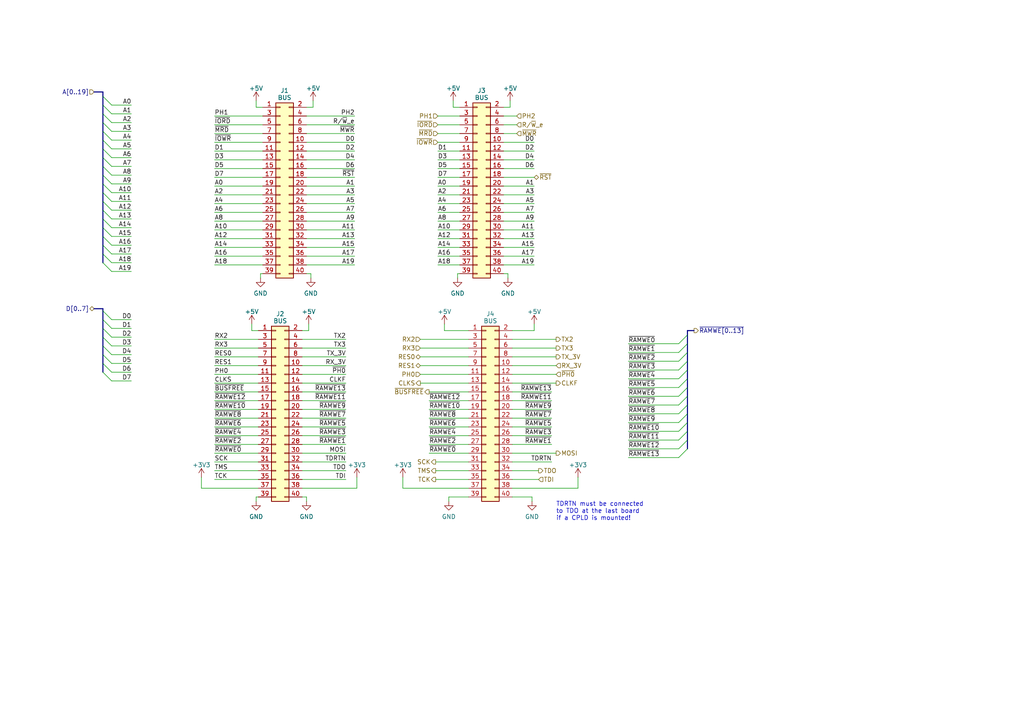
<source format=kicad_sch>
(kicad_sch (version 20230121) (generator eeschema)
  (paper "A4")
  (lib_symbols
    (symbol "Connector_Generic:Conn_02x20_Odd_Even" (pin_names (offset 1.016) hide)
      (property "Reference" "J" (at 1.27 25.4 0))
      (property "Value" "Conn_02x20_Odd_Even" (at 1.27 -27.94 0))
      (symbol "Conn_02x20_Odd_Even_1_1"
        (rectangle (start -1.27 -25.273) (end 0 -25.527) (stroke (width 0.1524)))
        (rectangle (start -1.27 -22.733) (end 0 -22.987) (stroke (width 0.1524)))
        (rectangle (start -1.27 -20.193) (end 0 -20.447) (stroke (width 0.1524)))
        (rectangle (start -1.27 -17.653) (end 0 -17.907) (stroke (width 0.1524)))
        (rectangle (start -1.27 -15.113) (end 0 -15.367) (stroke (width 0.1524)))
        (rectangle (start -1.27 -12.573) (end 0 -12.827) (stroke (width 0.1524)))
        (rectangle (start -1.27 -10.033) (end 0 -10.287) (stroke (width 0.1524)))
        (rectangle (start -1.27 -7.493) (end 0 -7.747) (stroke (width 0.1524)))
        (rectangle (start -1.27 -4.953) (end 0 -5.207) (stroke (width 0.1524)))
        (rectangle (start -1.27 -2.413) (end 0 -2.667) (stroke (width 0.1524)))
        (rectangle (start -1.27 0.127) (end 0 -0.127) (stroke (width 0.1524)))
        (rectangle (start -1.27 2.667) (end 0 2.413) (stroke (width 0.1524)))
        (rectangle (start -1.27 5.207) (end 0 4.953) (stroke (width 0.1524)))
        (rectangle (start -1.27 7.747) (end 0 7.493) (stroke (width 0.1524)))
        (rectangle (start -1.27 10.287) (end 0 10.033) (stroke (width 0.1524)))
        (rectangle (start -1.27 12.827) (end 0 12.573) (stroke (width 0.1524)))
        (rectangle (start -1.27 15.367) (end 0 15.113) (stroke (width 0.1524)))
        (rectangle (start -1.27 17.907) (end 0 17.653) (stroke (width 0.1524)))
        (rectangle (start -1.27 20.447) (end 0 20.193) (stroke (width 0.1524)))
        (rectangle (start -1.27 22.987) (end 0 22.733) (stroke (width 0.1524)))
        (rectangle (start -1.27 24.13) (end 3.81 -26.67) (stroke (width 0.254)) (fill (type background)))
        (rectangle (start 3.81 -25.273) (end 2.54 -25.527) (stroke (width 0.1524)))
        (rectangle (start 3.81 -22.733) (end 2.54 -22.987) (stroke (width 0.1524)))
        (rectangle (start 3.81 -20.193) (end 2.54 -20.447) (stroke (width 0.1524)))
        (rectangle (start 3.81 -17.653) (end 2.54 -17.907) (stroke (width 0.1524)))
        (rectangle (start 3.81 -15.113) (end 2.54 -15.367) (stroke (width 0.1524)))
        (rectangle (start 3.81 -12.573) (end 2.54 -12.827) (stroke (width 0.1524)))
        (rectangle (start 3.81 -10.033) (end 2.54 -10.287) (stroke (width 0.1524)))
        (rectangle (start 3.81 -7.493) (end 2.54 -7.747) (stroke (width 0.1524)))
        (rectangle (start 3.81 -4.953) (end 2.54 -5.207) (stroke (width 0.1524)))
        (rectangle (start 3.81 -2.413) (end 2.54 -2.667) (stroke (width 0.1524)))
        (rectangle (start 3.81 0.127) (end 2.54 -0.127) (stroke (width 0.1524)))
        (rectangle (start 3.81 2.667) (end 2.54 2.413) (stroke (width 0.1524)))
        (rectangle (start 3.81 5.207) (end 2.54 4.953) (stroke (width 0.1524)))
        (rectangle (start 3.81 7.747) (end 2.54 7.493) (stroke (width 0.1524)))
        (rectangle (start 3.81 10.287) (end 2.54 10.033) (stroke (width 0.1524)))
        (rectangle (start 3.81 12.827) (end 2.54 12.573) (stroke (width 0.1524)))
        (rectangle (start 3.81 15.367) (end 2.54 15.113) (stroke (width 0.1524)))
        (rectangle (start 3.81 17.907) (end 2.54 17.653) (stroke (width 0.1524)))
        (rectangle (start 3.81 20.447) (end 2.54 20.193) (stroke (width 0.1524)))
        (rectangle (start 3.81 22.987) (end 2.54 22.733) (stroke (width 0.1524)))
        (pin passive line (at -5.08 22.86 0) (length 3.81) (name "Pin_1") (number "1"))
        (pin passive line (at 7.62 12.7 180) (length 3.81) (name "Pin_10") (number "10"))
        (pin passive line (at -5.08 10.16 0) (length 3.81) (name "Pin_11") (number "11"))
        (pin passive line (at 7.62 10.16 180) (length 3.81) (name "Pin_12") (number "12"))
        (pin passive line (at -5.08 7.62 0) (length 3.81) (name "Pin_13") (number "13"))
        (pin passive line (at 7.62 7.62 180) (length 3.81) (name "Pin_14") (number "14"))
        (pin passive line (at -5.08 5.08 0) (length 3.81) (name "Pin_15") (number "15"))
        (pin passive line (at 7.62 5.08 180) (length 3.81) (name "Pin_16") (number "16"))
        (pin passive line (at -5.08 2.54 0) (length 3.81) (name "Pin_17") (number "17"))
        (pin passive line (at 7.62 2.54 180) (length 3.81) (name "Pin_18") (number "18"))
        (pin passive line (at -5.08 0 0) (length 3.81) (name "Pin_19") (number "19"))
        (pin passive line (at 7.62 22.86 180) (length 3.81) (name "Pin_2") (number "2"))
        (pin passive line (at 7.62 0 180) (length 3.81) (name "Pin_20") (number "20"))
        (pin passive line (at -5.08 -2.54 0) (length 3.81) (name "Pin_21") (number "21"))
        (pin passive line (at 7.62 -2.54 180) (length 3.81) (name "Pin_22") (number "22"))
        (pin passive line (at -5.08 -5.08 0) (length 3.81) (name "Pin_23") (number "23"))
        (pin passive line (at 7.62 -5.08 180) (length 3.81) (name "Pin_24") (number "24"))
        (pin passive line (at -5.08 -7.62 0) (length 3.81) (name "Pin_25") (number "25"))
        (pin passive line (at 7.62 -7.62 180) (length 3.81) (name "Pin_26") (number "26"))
        (pin passive line (at -5.08 -10.16 0) (length 3.81) (name "Pin_27") (number "27"))
        (pin passive line (at 7.62 -10.16 180) (length 3.81) (name "Pin_28") (number "28"))
        (pin passive line (at -5.08 -12.7 0) (length 3.81) (name "Pin_29") (number "29"))
        (pin passive line (at -5.08 20.32 0) (length 3.81) (name "Pin_3") (number "3"))
        (pin passive line (at 7.62 -12.7 180) (length 3.81) (name "Pin_30") (number "30"))
        (pin passive line (at -5.08 -15.24 0) (length 3.81) (name "Pin_31") (number "31"))
        (pin passive line (at 7.62 -15.24 180) (length 3.81) (name "Pin_32") (number "32"))
        (pin passive line (at -5.08 -17.78 0) (length 3.81) (name "Pin_33") (number "33"))
        (pin passive line (at 7.62 -17.78 180) (length 3.81) (name "Pin_34") (number "34"))
        (pin passive line (at -5.08 -20.32 0) (length 3.81) (name "Pin_35") (number "35"))
        (pin passive line (at 7.62 -20.32 180) (length 3.81) (name "Pin_36") (number "36"))
        (pin passive line (at -5.08 -22.86 0) (length 3.81) (name "Pin_37") (number "37"))
        (pin passive line (at 7.62 -22.86 180) (length 3.81) (name "Pin_38") (number "38"))
        (pin passive line (at -5.08 -25.4 0) (length 3.81) (name "Pin_39") (number "39"))
        (pin passive line (at 7.62 20.32 180) (length 3.81) (name "Pin_4") (number "4"))
        (pin passive line (at 7.62 -25.4 180) (length 3.81) (name "Pin_40") (number "40"))
        (pin passive line (at -5.08 17.78 0) (length 3.81) (name "Pin_5") (number "5"))
        (pin passive line (at 7.62 17.78 180) (length 3.81) (name "Pin_6") (number "6"))
        (pin passive line (at -5.08 15.24 0) (length 3.81) (name "Pin_7") (number "7"))
        (pin passive line (at 7.62 15.24 180) (length 3.81) (name "Pin_8") (number "8"))
        (pin passive line (at -5.08 12.7 0) (length 3.81) (name "Pin_9") (number "9"))
      )
    )
    (symbol "power:+3V3" (power) (pin_names (offset 0))
      (property "Value" "+3V3" (at 0 3.556 0))
      (symbol "+3V3_0_1"
        (polyline (pts (xy -0.762 1.27) (xy 0 2.54)))
        (polyline (pts (xy 0 0) (xy 0 2.54)))
        (polyline (pts (xy 0 2.54) (xy 0.762 1.27)))
      )
      (symbol "+3V3_1_1"
        (pin power_in line (at 0 0 90) (length 0) hide (name "+3V3") (number "1"))
      )
    )
    (symbol "power:+5V" (power) (pin_names (offset 0))
      (property "Value" "+5V" (at 0 3.556 0))
      (symbol "+5V_0_1"
        (polyline (pts (xy -0.762 1.27) (xy 0 2.54)))
        (polyline (pts (xy 0 0) (xy 0 2.54)))
        (polyline (pts (xy 0 2.54) (xy 0.762 1.27)))
      )
      (symbol "+5V_1_1"
        (pin power_in line (at 0 0 90) (length 0) hide (name "+5V") (number "1"))
      )
    )
    (symbol "power:GND" (power) (pin_names (offset 0))
      (property "Value" "GND" (at 0 -3.81 0))
      (symbol "GND_0_1"
        (polyline (pts (xy 0 0) (xy 0 -1.27) (xy 1.27 -1.27) (xy 0 -2.54) (xy -1.27 -1.27) (xy 0 -1.27)))
      )
      (symbol "GND_1_1"
        (pin power_in line (at 0 0 270) (length 0) hide (name "GND") (number "1"))
      )
    )
  )
  (bus_entry (at 29.845 55.88) (size 2.54 2.54))
  (bus_entry (at 29.845 92.71) (size 2.54 2.54))
  (bus_entry (at 199.39 104.775) (size -2.54 2.54))
  (bus_entry (at 29.845 68.58) (size 2.54 2.54))
  (bus_entry (at 199.39 117.475) (size -2.54 2.54))
  (bus_entry (at 29.845 107.95) (size 2.54 2.54))
  (bus_entry (at 29.845 95.25) (size 2.54 2.54))
  (bus_entry (at 29.845 43.18) (size 2.54 2.54))
  (bus_entry (at 29.845 53.34) (size 2.54 2.54))
  (bus_entry (at 199.39 122.555) (size -2.54 2.54))
  (bus_entry (at 29.845 50.8) (size 2.54 2.54))
  (bus_entry (at 199.39 114.935) (size -2.54 2.54))
  (bus_entry (at 199.39 125.095) (size -2.54 2.54))
  (bus_entry (at 199.39 107.315) (size -2.54 2.54))
  (bus_entry (at 29.845 100.33) (size 2.54 2.54))
  (bus_entry (at 199.39 97.155) (size -2.54 2.54))
  (bus_entry (at 29.845 33.02) (size 2.54 2.54))
  (bus_entry (at 29.845 58.42) (size 2.54 2.54))
  (bus_entry (at 29.845 35.56) (size 2.54 2.54))
  (bus_entry (at 199.39 120.015) (size -2.54 2.54))
  (bus_entry (at 29.845 66.04) (size 2.54 2.54))
  (bus_entry (at 29.845 48.26) (size 2.54 2.54))
  (bus_entry (at 199.39 99.695) (size -2.54 2.54))
  (bus_entry (at 29.845 73.66) (size 2.54 2.54))
  (bus_entry (at 199.39 130.175) (size -2.54 2.54))
  (bus_entry (at 29.845 76.2) (size 2.54 2.54))
  (bus_entry (at 199.39 102.235) (size -2.54 2.54))
  (bus_entry (at 29.845 97.79) (size 2.54 2.54))
  (bus_entry (at 199.39 127.635) (size -2.54 2.54))
  (bus_entry (at 29.845 27.94) (size 2.54 2.54))
  (bus_entry (at 29.845 38.1) (size 2.54 2.54))
  (bus_entry (at 29.845 105.41) (size 2.54 2.54))
  (bus_entry (at 29.845 40.64) (size 2.54 2.54))
  (bus_entry (at 29.845 63.5) (size 2.54 2.54))
  (bus_entry (at 29.845 30.48) (size 2.54 2.54))
  (bus_entry (at 199.39 109.855) (size -2.54 2.54))
  (bus_entry (at 29.845 102.87) (size 2.54 2.54))
  (bus_entry (at 29.845 90.17) (size 2.54 2.54))
  (bus_entry (at 29.845 60.96) (size 2.54 2.54))
  (bus_entry (at 29.845 45.72) (size 2.54 2.54))
  (bus_entry (at 199.39 112.395) (size -2.54 2.54))
  (bus_entry (at 29.845 71.12) (size 2.54 2.54))
  (wire (pts (xy 87.63 128.905) (xy 100.33 128.905)))
  (wire (pts (xy 87.63 98.425) (xy 100.33 98.425)))
  (bus (pts (xy 29.845 26.67) (xy 27.305 26.67)))
  (wire (pts (xy 58.42 138.43) (xy 58.42 141.605)))
  (wire (pts (xy 121.92 106.045) (xy 135.89 106.045)))
  (wire (pts (xy 127 43.815) (xy 133.35 43.815)))
  (wire (pts (xy 127 64.135) (xy 133.35 64.135)))
  (wire (pts (xy 148.59 100.965) (xy 161.29 100.965)))
  (wire (pts (xy 38.1 78.74) (xy 32.385 78.74)))
  (wire (pts (xy 62.23 48.895) (xy 76.2 48.895)))
  (wire (pts (xy 87.63 116.205) (xy 100.33 116.205)))
  (wire (pts (xy 62.23 106.045) (xy 74.93 106.045)))
  (bus (pts (xy 29.845 55.88) (xy 29.845 53.34)))
  (wire (pts (xy 62.23 128.905) (xy 74.93 128.905)))
  (wire (pts (xy 62.23 76.835) (xy 76.2 76.835)))
  (wire (pts (xy 121.92 100.965) (xy 135.89 100.965)))
  (wire (pts (xy 126.365 136.525) (xy 135.89 136.525)))
  (wire (pts (xy 38.1 92.71) (xy 32.385 92.71)))
  (wire (pts (xy 147.32 80.645) (xy 147.32 79.375)))
  (wire (pts (xy 128.905 95.885) (xy 135.89 95.885)))
  (wire (pts (xy 62.23 118.745) (xy 74.93 118.745)))
  (wire (pts (xy 38.1 97.79) (xy 32.385 97.79)))
  (wire (pts (xy 103.505 138.43) (xy 103.505 141.605)))
  (wire (pts (xy 182.245 104.775) (xy 196.85 104.775)))
  (wire (pts (xy 87.63 106.045) (xy 100.33 106.045)))
  (wire (pts (xy 75.565 79.375) (xy 76.2 79.375)))
  (bus (pts (xy 199.39 125.095) (xy 199.39 127.635)))
  (wire (pts (xy 73.025 95.885) (xy 74.93 95.885)))
  (wire (pts (xy 62.23 113.665) (xy 74.93 113.665)))
  (wire (pts (xy 182.245 122.555) (xy 196.85 122.555)))
  (wire (pts (xy 90.17 79.375) (xy 88.9 79.375)))
  (bus (pts (xy 199.39 102.235) (xy 199.39 104.775)))
  (wire (pts (xy 88.9 71.755) (xy 102.87 71.755)))
  (bus (pts (xy 199.39 99.695) (xy 199.39 102.235)))
  (wire (pts (xy 90.805 31.115) (xy 88.9 31.115)))
  (bus (pts (xy 29.845 105.41) (xy 29.845 102.87)))
  (wire (pts (xy 127 38.735) (xy 133.35 38.735)))
  (wire (pts (xy 127 41.275) (xy 133.35 41.275)))
  (wire (pts (xy 74.295 145.415) (xy 74.295 144.145)))
  (wire (pts (xy 62.23 131.445) (xy 74.93 131.445)))
  (wire (pts (xy 88.9 43.815) (xy 102.87 43.815)))
  (wire (pts (xy 127 69.215) (xy 133.35 69.215)))
  (wire (pts (xy 182.245 112.395) (xy 196.85 112.395)))
  (bus (pts (xy 29.845 107.95) (xy 29.845 105.41)))
  (wire (pts (xy 88.9 36.195) (xy 102.87 36.195)))
  (wire (pts (xy 146.05 61.595) (xy 154.94 61.595)))
  (wire (pts (xy 87.63 108.585) (xy 100.33 108.585)))
  (wire (pts (xy 74.295 144.145) (xy 74.93 144.145)))
  (wire (pts (xy 58.42 141.605) (xy 74.93 141.605)))
  (wire (pts (xy 148.59 141.605) (xy 167.64 141.605)))
  (bus (pts (xy 199.39 112.395) (xy 199.39 114.935)))
  (bus (pts (xy 29.845 63.5) (xy 29.845 60.96)))
  (wire (pts (xy 38.1 105.41) (xy 32.385 105.41)))
  (wire (pts (xy 148.59 103.505) (xy 161.29 103.505)))
  (wire (pts (xy 182.245 99.695) (xy 196.85 99.695)))
  (wire (pts (xy 62.23 136.525) (xy 74.93 136.525)))
  (wire (pts (xy 124.46 116.205) (xy 135.89 116.205)))
  (wire (pts (xy 127 61.595) (xy 133.35 61.595)))
  (wire (pts (xy 88.9 145.415) (xy 88.9 144.145)))
  (wire (pts (xy 132.715 79.375) (xy 133.35 79.375)))
  (wire (pts (xy 38.1 30.48) (xy 32.385 30.48)))
  (wire (pts (xy 126.365 133.985) (xy 135.89 133.985)))
  (wire (pts (xy 146.05 36.195) (xy 149.86 36.195)))
  (wire (pts (xy 38.1 60.96) (xy 32.385 60.96)))
  (bus (pts (xy 29.845 68.58) (xy 29.845 71.12)))
  (wire (pts (xy 148.59 136.525) (xy 156.21 136.525)))
  (wire (pts (xy 38.1 102.87) (xy 32.385 102.87)))
  (bus (pts (xy 29.845 30.48) (xy 29.845 27.94)))
  (wire (pts (xy 127 74.295) (xy 133.35 74.295)))
  (wire (pts (xy 182.245 107.315) (xy 196.85 107.315)))
  (bus (pts (xy 29.845 66.04) (xy 29.845 68.58)))
  (wire (pts (xy 182.245 127.635) (xy 196.85 127.635)))
  (wire (pts (xy 148.59 108.585) (xy 161.29 108.585)))
  (wire (pts (xy 148.59 123.825) (xy 160.02 123.825)))
  (wire (pts (xy 128.905 93.98) (xy 128.905 95.885)))
  (wire (pts (xy 62.23 71.755) (xy 76.2 71.755)))
  (wire (pts (xy 147.32 79.375) (xy 146.05 79.375)))
  (wire (pts (xy 154.94 95.885) (xy 148.59 95.885)))
  (wire (pts (xy 62.23 38.735) (xy 76.2 38.735)))
  (bus (pts (xy 29.845 48.26) (xy 29.845 45.72)))
  (wire (pts (xy 62.23 56.515) (xy 76.2 56.515)))
  (bus (pts (xy 199.39 122.555) (xy 199.39 125.095)))
  (wire (pts (xy 127 53.975) (xy 133.35 53.975)))
  (bus (pts (xy 199.39 109.855) (xy 199.39 112.395)))
  (wire (pts (xy 38.1 110.49) (xy 32.385 110.49)))
  (wire (pts (xy 124.46 121.285) (xy 135.89 121.285)))
  (wire (pts (xy 74.295 29.21) (xy 74.295 31.115)))
  (wire (pts (xy 146.05 33.655) (xy 149.86 33.655)))
  (wire (pts (xy 130.175 145.415) (xy 130.175 144.145)))
  (wire (pts (xy 124.46 113.665) (xy 135.89 113.665)))
  (bus (pts (xy 199.39 95.885) (xy 199.39 97.155)))
  (wire (pts (xy 73.025 93.98) (xy 73.025 95.885)))
  (bus (pts (xy 199.39 127.635) (xy 199.39 130.175)))
  (wire (pts (xy 38.1 76.2) (xy 32.385 76.2)))
  (wire (pts (xy 148.59 116.205) (xy 160.02 116.205)))
  (bus (pts (xy 29.845 90.17) (xy 29.845 89.535)))
  (wire (pts (xy 182.245 102.235) (xy 196.85 102.235)))
  (bus (pts (xy 29.845 40.64) (xy 29.845 38.1)))
  (wire (pts (xy 38.1 63.5) (xy 32.385 63.5)))
  (wire (pts (xy 121.92 111.125) (xy 135.89 111.125)))
  (bus (pts (xy 29.845 38.1) (xy 29.845 35.56)))
  (wire (pts (xy 146.05 43.815) (xy 154.94 43.815)))
  (wire (pts (xy 147.955 29.21) (xy 147.955 31.115)))
  (bus (pts (xy 29.845 66.04) (xy 29.845 63.5)))
  (bus (pts (xy 29.845 35.56) (xy 29.845 33.02)))
  (wire (pts (xy 121.92 98.425) (xy 135.89 98.425)))
  (wire (pts (xy 87.63 121.285) (xy 100.33 121.285)))
  (wire (pts (xy 148.59 128.905) (xy 160.02 128.905)))
  (wire (pts (xy 38.1 33.02) (xy 32.385 33.02)))
  (wire (pts (xy 146.05 53.975) (xy 154.94 53.975)))
  (wire (pts (xy 127 66.675) (xy 133.35 66.675)))
  (wire (pts (xy 131.445 31.115) (xy 133.35 31.115)))
  (bus (pts (xy 199.39 114.935) (xy 199.39 117.475)))
  (wire (pts (xy 87.63 113.665) (xy 100.33 113.665)))
  (wire (pts (xy 182.245 120.015) (xy 196.85 120.015)))
  (bus (pts (xy 29.845 60.96) (xy 29.845 58.42)))
  (wire (pts (xy 38.1 73.66) (xy 32.385 73.66)))
  (wire (pts (xy 38.1 43.18) (xy 32.385 43.18)))
  (wire (pts (xy 62.23 126.365) (xy 74.93 126.365)))
  (wire (pts (xy 130.175 144.145) (xy 135.89 144.145)))
  (wire (pts (xy 88.9 53.975) (xy 102.87 53.975)))
  (wire (pts (xy 62.23 103.505) (xy 74.93 103.505)))
  (bus (pts (xy 29.845 53.34) (xy 29.845 50.8)))
  (wire (pts (xy 90.805 29.21) (xy 90.805 31.115)))
  (bus (pts (xy 199.39 107.315) (xy 199.39 109.855)))
  (wire (pts (xy 88.9 144.145) (xy 87.63 144.145)))
  (wire (pts (xy 127 59.055) (xy 133.35 59.055)))
  (wire (pts (xy 146.05 71.755) (xy 154.94 71.755)))
  (wire (pts (xy 74.295 31.115) (xy 76.2 31.115)))
  (wire (pts (xy 88.9 76.835) (xy 102.87 76.835)))
  (wire (pts (xy 116.84 138.43) (xy 116.84 141.605)))
  (wire (pts (xy 88.9 74.295) (xy 102.87 74.295)))
  (wire (pts (xy 88.9 59.055) (xy 102.87 59.055)))
  (wire (pts (xy 88.9 46.355) (xy 102.87 46.355)))
  (wire (pts (xy 62.23 139.065) (xy 74.93 139.065)))
  (wire (pts (xy 62.23 98.425) (xy 74.93 98.425)))
  (wire (pts (xy 38.1 71.12) (xy 32.385 71.12)))
  (wire (pts (xy 148.59 131.445) (xy 161.29 131.445)))
  (wire (pts (xy 126.365 139.065) (xy 135.89 139.065)))
  (bus (pts (xy 29.845 43.18) (xy 29.845 40.64)))
  (wire (pts (xy 88.9 38.735) (xy 102.87 38.735)))
  (wire (pts (xy 62.23 108.585) (xy 74.93 108.585)))
  (wire (pts (xy 154.305 144.145) (xy 148.59 144.145)))
  (bus (pts (xy 29.845 73.66) (xy 29.845 71.12)))
  (wire (pts (xy 62.23 36.195) (xy 76.2 36.195)))
  (wire (pts (xy 148.59 139.065) (xy 156.21 139.065)))
  (wire (pts (xy 88.9 51.435) (xy 102.87 51.435)))
  (wire (pts (xy 127 51.435) (xy 133.35 51.435)))
  (wire (pts (xy 87.63 133.985) (xy 100.33 133.985)))
  (bus (pts (xy 199.39 120.015) (xy 199.39 122.555)))
  (wire (pts (xy 132.715 80.645) (xy 132.715 79.375)))
  (wire (pts (xy 62.23 61.595) (xy 76.2 61.595)))
  (wire (pts (xy 62.23 116.205) (xy 74.93 116.205)))
  (wire (pts (xy 62.23 100.965) (xy 74.93 100.965)))
  (bus (pts (xy 29.845 97.79) (xy 29.845 95.25)))
  (wire (pts (xy 87.63 100.965) (xy 100.33 100.965)))
  (wire (pts (xy 62.23 33.655) (xy 76.2 33.655)))
  (wire (pts (xy 38.1 100.33) (xy 32.385 100.33)))
  (wire (pts (xy 62.23 59.055) (xy 76.2 59.055)))
  (wire (pts (xy 87.63 126.365) (xy 100.33 126.365)))
  (wire (pts (xy 88.9 41.275) (xy 102.87 41.275)))
  (bus (pts (xy 29.845 95.25) (xy 29.845 92.71)))
  (wire (pts (xy 127 33.655) (xy 133.35 33.655)))
  (wire (pts (xy 75.565 80.645) (xy 75.565 79.375)))
  (wire (pts (xy 38.1 40.64) (xy 32.385 40.64)))
  (wire (pts (xy 38.1 45.72) (xy 32.385 45.72)))
  (wire (pts (xy 89.535 95.885) (xy 87.63 95.885)))
  (wire (pts (xy 38.1 107.95) (xy 32.385 107.95)))
  (bus (pts (xy 29.845 33.02) (xy 29.845 30.48)))
  (wire (pts (xy 182.245 130.175) (xy 196.85 130.175)))
  (wire (pts (xy 146.05 59.055) (xy 154.94 59.055)))
  (wire (pts (xy 146.05 64.135) (xy 154.94 64.135)))
  (wire (pts (xy 127 76.835) (xy 133.35 76.835)))
  (wire (pts (xy 124.46 126.365) (xy 135.89 126.365)))
  (wire (pts (xy 182.245 117.475) (xy 196.85 117.475)))
  (wire (pts (xy 38.1 95.25) (xy 32.385 95.25)))
  (wire (pts (xy 38.1 50.8) (xy 32.385 50.8)))
  (wire (pts (xy 62.23 69.215) (xy 76.2 69.215)))
  (wire (pts (xy 88.9 66.675) (xy 102.87 66.675)))
  (wire (pts (xy 88.9 48.895) (xy 102.87 48.895)))
  (wire (pts (xy 38.1 35.56) (xy 32.385 35.56)))
  (wire (pts (xy 38.1 55.88) (xy 32.385 55.88)))
  (wire (pts (xy 146.05 66.675) (xy 154.94 66.675)))
  (wire (pts (xy 121.92 103.505) (xy 135.89 103.505)))
  (wire (pts (xy 62.23 51.435) (xy 76.2 51.435)))
  (wire (pts (xy 89.535 93.98) (xy 89.535 95.885)))
  (wire (pts (xy 87.63 118.745) (xy 100.33 118.745)))
  (wire (pts (xy 38.1 48.26) (xy 32.385 48.26)))
  (wire (pts (xy 148.59 126.365) (xy 160.02 126.365)))
  (wire (pts (xy 87.63 123.825) (xy 100.33 123.825)))
  (wire (pts (xy 154.94 93.98) (xy 154.94 95.885)))
  (wire (pts (xy 124.46 123.825) (xy 135.89 123.825)))
  (wire (pts (xy 62.23 64.135) (xy 76.2 64.135)))
  (bus (pts (xy 199.39 104.775) (xy 199.39 107.315)))
  (wire (pts (xy 116.84 141.605) (xy 135.89 141.605)))
  (wire (pts (xy 182.245 114.935) (xy 196.85 114.935)))
  (wire (pts (xy 127 56.515) (xy 133.35 56.515)))
  (wire (pts (xy 87.63 136.525) (xy 100.33 136.525)))
  (wire (pts (xy 121.92 108.585) (xy 135.89 108.585)))
  (wire (pts (xy 87.63 139.065) (xy 100.33 139.065)))
  (bus (pts (xy 29.845 100.33) (xy 29.845 97.79)))
  (wire (pts (xy 146.05 51.435) (xy 154.94 51.435)))
  (bus (pts (xy 29.845 76.2) (xy 29.845 73.66)))
  (wire (pts (xy 124.46 128.905) (xy 135.89 128.905)))
  (wire (pts (xy 88.9 69.215) (xy 102.87 69.215)))
  (wire (pts (xy 148.59 118.745) (xy 160.02 118.745)))
  (bus (pts (xy 199.39 117.475) (xy 199.39 120.015)))
  (wire (pts (xy 62.23 41.275) (xy 76.2 41.275)))
  (wire (pts (xy 148.59 111.125) (xy 161.29 111.125)))
  (bus (pts (xy 29.845 92.71) (xy 29.845 90.17)))
  (wire (pts (xy 88.9 33.655) (xy 102.87 33.655)))
  (wire (pts (xy 148.59 98.425) (xy 161.29 98.425)))
  (wire (pts (xy 182.245 125.095) (xy 196.85 125.095)))
  (wire (pts (xy 146.05 41.275) (xy 154.94 41.275)))
  (bus (pts (xy 29.845 45.72) (xy 29.845 43.18)))
  (wire (pts (xy 87.63 103.505) (xy 100.33 103.505)))
  (wire (pts (xy 146.05 74.295) (xy 154.94 74.295)))
  (bus (pts (xy 29.845 102.87) (xy 29.845 100.33)))
  (wire (pts (xy 38.1 38.1) (xy 32.385 38.1)))
  (wire (pts (xy 127 46.355) (xy 133.35 46.355)))
  (wire (pts (xy 148.59 133.985) (xy 160.02 133.985)))
  (bus (pts (xy 29.845 58.42) (xy 29.845 55.88)))
  (wire (pts (xy 182.245 132.715) (xy 196.85 132.715)))
  (wire (pts (xy 62.23 74.295) (xy 76.2 74.295)))
  (wire (pts (xy 87.63 141.605) (xy 103.505 141.605)))
  (wire (pts (xy 62.23 133.985) (xy 74.93 133.985)))
  (wire (pts (xy 148.59 106.045) (xy 161.29 106.045)))
  (wire (pts (xy 62.23 53.975) (xy 76.2 53.975)))
  (wire (pts (xy 154.305 145.415) (xy 154.305 144.145)))
  (bus (pts (xy 29.845 50.8) (xy 29.845 48.26)))
  (wire (pts (xy 146.05 48.895) (xy 154.94 48.895)))
  (wire (pts (xy 38.1 66.04) (xy 32.385 66.04)))
  (bus (pts (xy 29.845 89.535) (xy 27.305 89.535)))
  (wire (pts (xy 88.9 64.135) (xy 102.87 64.135)))
  (wire (pts (xy 127 48.895) (xy 133.35 48.895)))
  (wire (pts (xy 62.23 111.125) (xy 74.93 111.125)))
  (wire (pts (xy 124.46 118.745) (xy 135.89 118.745)))
  (wire (pts (xy 146.05 56.515) (xy 154.94 56.515)))
  (wire (pts (xy 124.46 131.445) (xy 135.89 131.445)))
  (bus (pts (xy 201.295 95.885) (xy 199.39 95.885)))
  (wire (pts (xy 38.1 58.42) (xy 32.385 58.42)))
  (wire (pts (xy 167.64 138.43) (xy 167.64 141.605)))
  (wire (pts (xy 62.23 66.675) (xy 76.2 66.675)))
  (wire (pts (xy 88.9 56.515) (xy 102.87 56.515)))
  (wire (pts (xy 146.05 69.215) (xy 154.94 69.215)))
  (wire (pts (xy 182.245 109.855) (xy 196.85 109.855)))
  (wire (pts (xy 38.1 53.34) (xy 32.385 53.34)))
  (wire (pts (xy 62.23 46.355) (xy 76.2 46.355)))
  (wire (pts (xy 127 36.195) (xy 133.35 36.195)))
  (wire (pts (xy 88.9 61.595) (xy 102.87 61.595)))
  (wire (pts (xy 148.59 121.285) (xy 160.02 121.285)))
  (wire (pts (xy 62.23 123.825) (xy 74.93 123.825)))
  (wire (pts (xy 62.23 121.285) (xy 74.93 121.285)))
  (wire (pts (xy 147.955 31.115) (xy 146.05 31.115)))
  (wire (pts (xy 131.445 29.21) (xy 131.445 31.115)))
  (bus (pts (xy 199.39 97.155) (xy 199.39 99.695)))
  (wire (pts (xy 87.63 131.445) (xy 100.33 131.445)))
  (wire (pts (xy 38.1 68.58) (xy 32.385 68.58)))
  (wire (pts (xy 146.05 38.735) (xy 149.86 38.735)))
  (bus (pts (xy 29.845 27.94) (xy 29.845 26.67)))
  (wire (pts (xy 90.17 80.645) (xy 90.17 79.375)))
  (wire (pts (xy 127 71.755) (xy 133.35 71.755)))
  (wire (pts (xy 148.59 113.665) (xy 160.02 113.665)))
  (wire (pts (xy 146.05 76.835) (xy 154.94 76.835)))
  (wire (pts (xy 62.23 43.815) (xy 76.2 43.815)))
  (wire (pts (xy 87.63 111.125) (xy 100.33 111.125)))
  (wire (pts (xy 146.05 46.355) (xy 154.94 46.355)))
  (text "TDRTN must be connected \nto TDO at the last board\nif a CPLD is mounted!" (at 161.29 151.13 0) (effects (font (size 1.27 1.27)) (justify left bottom)))
  (label "A2" (at 127 56.515 0))
  (label "~{RAMWE12}" (at 62.23 116.205 0))
  (label "~{RAMWE4}" (at 124.46 126.365 0))
  (label "D6" (at 102.87 48.895 180))
  (label "~{RAMWE9}" (at 160.02 118.745 180))
  (label "TDI" (at 100.33 139.065 180))
  (label "A7" (at 38.1 48.26 180))
  (label "D7" (at 38.1 110.49 180))
  (label "A19" (at 102.87 76.835 180))
  (label "A3" (at 154.94 56.515 180))
  (label "A9" (at 154.94 64.135 180))
  (label "R{slash}~{W}_e" (at 102.87 36.195 180))
  (label "A17" (at 38.1 73.66 180))
  (label "A16" (at 38.1 71.12 180))
  (label "A13" (at 102.87 69.215 180))
  (label "~{RAMWE11}" (at 100.33 116.205 180))
  (label "~{RAMWE10}" (at 124.46 118.745 0))
  (label "D6" (at 154.94 48.895 180))
  (label "A12" (at 38.1 60.96 180))
  (label "~{MRD}" (at 62.23 38.735 0))
  (label "A5" (at 38.1 43.18 180))
  (label "A14" (at 62.23 71.755 0))
  (label "A7" (at 154.94 61.595 180))
  (label "A18" (at 62.23 76.835 0))
  (label "A6" (at 38.1 45.72 180))
  (label "TX2" (at 100.33 98.425 180))
  (label "A5" (at 154.94 59.055 180))
  (label "A4" (at 38.1 40.64 180))
  (label "TX_3V" (at 100.33 103.505 180))
  (label "A7" (at 102.87 61.595 180))
  (label "A2" (at 38.1 35.56 180))
  (label "~{IOWR}" (at 62.23 41.275 0))
  (label "D2" (at 154.94 43.815 180))
  (label "~{RAMWE8}" (at 182.245 120.015 0))
  (label "A19" (at 154.94 76.835 180))
  (label "~{RAMWE10}" (at 62.23 118.745 0))
  (label "~{RAMWE2}" (at 182.245 104.775 0))
  (label "A15" (at 102.87 71.755 180))
  (label "D1" (at 38.1 95.25 180))
  (label "~{RAMWE6}" (at 124.46 123.825 0))
  (label "TMS" (at 62.23 136.525 0))
  (label "~{RAMWE12}" (at 124.46 116.205 0))
  (label "~{RAMWE13}" (at 182.245 132.715 0))
  (label "A17" (at 102.87 74.295 180))
  (label "A18" (at 38.1 76.2 180))
  (label "A10" (at 127 66.675 0))
  (label "~{RAMWE3}" (at 182.245 107.315 0))
  (label "A4" (at 62.23 59.055 0))
  (label "A14" (at 127 71.755 0))
  (label "TDRTN" (at 100.33 133.985 180))
  (label "A11" (at 154.94 66.675 180))
  (label "A1" (at 154.94 53.975 180))
  (label "~{RAMWE5}" (at 100.33 123.825 180))
  (label "~{RAMWE8}" (at 62.23 121.285 0))
  (label "RES0" (at 62.23 103.505 0))
  (label "~{RAMWE4}" (at 182.245 109.855 0))
  (label "A11" (at 38.1 58.42 180))
  (label "MOSI" (at 100.33 131.445 180))
  (label "A17" (at 154.94 74.295 180))
  (label "A10" (at 62.23 66.675 0))
  (label "~{RAMWE7}" (at 182.245 117.475 0))
  (label "RX3" (at 62.23 100.965 0))
  (label "A19" (at 38.1 78.74 180))
  (label "TDRTN" (at 160.02 133.985 180))
  (label "D0" (at 38.1 92.71 180))
  (label "~{RAMWE9}" (at 100.33 118.745 180))
  (label "A1" (at 38.1 33.02 180))
  (label "A12" (at 127 69.215 0))
  (label "D7" (at 127 51.435 0))
  (label "D4" (at 154.94 46.355 180))
  (label "A8" (at 62.23 64.135 0))
  (label "~{RAMWE11}" (at 182.245 127.635 0))
  (label "A5" (at 102.87 59.055 180))
  (label "D3" (at 38.1 100.33 180))
  (label "A2" (at 62.23 56.515 0))
  (label "~{RAMWE2}" (at 124.46 128.905 0))
  (label "~{BUSFREE}" (at 62.23 113.665 0))
  (label "~{RAMWE11}" (at 160.02 116.205 180))
  (label "D4" (at 38.1 102.87 180))
  (label "~{RAMWE6}" (at 182.245 114.935 0))
  (label "~{RAMWE2}" (at 62.23 128.905 0))
  (label "~{RAMWE4}" (at 62.23 126.365 0))
  (label "A12" (at 62.23 69.215 0))
  (label "A11" (at 102.87 66.675 180))
  (label "~{RAMWE7}" (at 160.02 121.285 180))
  (label "A13" (at 38.1 63.5 180))
  (label "A8" (at 127 64.135 0))
  (label "D5" (at 127 48.895 0))
  (label "A6" (at 127 61.595 0))
  (label "~{RAMWE3}" (at 160.02 126.365 180))
  (label "RX_3V" (at 100.33 106.045 180))
  (label "~{RAMWE3}" (at 100.33 126.365 180))
  (label "~{PH0}" (at 100.33 108.585 180))
  (label "~{RAMWE13}" (at 160.02 113.665 180))
  (label "D1" (at 127 43.815 0))
  (label "A1" (at 102.87 53.975 180))
  (label "~{RAMWE12}" (at 182.245 130.175 0))
  (label "D2" (at 38.1 97.79 180))
  (label "~{IORD}" (at 62.23 36.195 0))
  (label "A10" (at 38.1 55.88 180))
  (label "TDO" (at 100.33 136.525 180))
  (label "~{RAMWE5}" (at 160.02 123.825 180))
  (label "PH1" (at 62.23 33.655 0))
  (label "SCK" (at 62.23 133.985 0))
  (label "~{RAMWE7}" (at 100.33 121.285 180))
  (label "~{RAMWE1}" (at 100.33 128.905 180))
  (label "D7" (at 62.23 51.435 0))
  (label "PH0" (at 62.23 108.585 0))
  (label "A16" (at 62.23 74.295 0))
  (label "A18" (at 127 76.835 0))
  (label "D3" (at 127 46.355 0))
  (label "A3" (at 102.87 56.515 180))
  (label "A8" (at 38.1 50.8 180))
  (label "A9" (at 38.1 53.34 180))
  (label "TCK" (at 62.23 139.065 0))
  (label "D0" (at 154.94 41.275 180))
  (label "A16" (at 127 74.295 0))
  (label "D3" (at 62.23 46.355 0))
  (label "CLKF" (at 100.33 111.125 180))
  (label "~{RAMWE0}" (at 124.46 131.445 0))
  (label "A15" (at 154.94 71.755 180))
  (label "~{RAMWE5}" (at 182.245 112.395 0))
  (label "A15" (at 38.1 68.58 180))
  (label "~{RAMWE6}" (at 62.23 123.825 0))
  (label "A13" (at 154.94 69.215 180))
  (label "~{MWR}" (at 102.87 38.735 180))
  (label "RX2" (at 62.23 98.425 0))
  (label "A0" (at 38.1 30.48 180))
  (label "~{RAMWE1}" (at 182.245 102.235 0))
  (label "A0" (at 127 53.975 0))
  (label "A14" (at 38.1 66.04 180))
  (label "D1" (at 62.23 43.815 0))
  (label "A0" (at 62.23 53.975 0))
  (label "A9" (at 102.87 64.135 180))
  (label "~{RAMWE1}" (at 160.02 128.905 180))
  (label "~{RST}" (at 102.87 51.435 180))
  (label "CLKS" (at 62.23 111.125 0))
  (label "~{RAMWE13}" (at 100.33 113.665 180))
  (label "~{RAMWE10}" (at 182.245 125.095 0))
  (label "A4" (at 127 59.055 0))
  (label "D0" (at 102.87 41.275 180))
  (label "~{RAMWE9}" (at 182.245 122.555 0))
  (label "D6" (at 38.1 107.95 180))
  (label "~{RAMWE0}" (at 182.245 99.695 0))
  (label "A3" (at 38.1 38.1 180))
  (label "RES1" (at 62.23 106.045 0))
  (label "TX3" (at 100.33 100.965 180))
  (label "A6" (at 62.23 61.595 0))
  (label "~{RAMWE8}" (at 124.46 121.285 0))
  (label "PH2" (at 102.87 33.655 180))
  (label "D5" (at 38.1 105.41 180))
  (label "D2" (at 102.87 43.815 180))
  (label "D4" (at 102.87 46.355 180))
  (label "D5" (at 62.23 48.895 0))
  (label "~{RAMWE0}" (at 62.23 131.445 0))
  (hierarchical_label "TDO" (shape output) (at 156.21 136.525 0))
  (hierarchical_label "CLKS" (shape output) (at 121.92 111.125 180))
  (hierarchical_label "MOSI" (shape output) (at 161.29 131.445 0))
  (hierarchical_label "RX2" (shape input) (at 121.92 98.425 180))
  (hierarchical_label "~{PH0}" (shape input) (at 161.29 108.585 0))
  (hierarchical_label "~{MRD}" (shape input) (at 127 38.735 180))
  (hierarchical_label "TCK" (shape output) (at 126.365 139.065 180))
  (hierarchical_label "RX_3V" (shape input) (at 161.29 106.045 0))
  (hierarchical_label "~{BUSFREE}" (shape output) (at 124.46 113.665 180))
  (hierarchical_label "~{MWR}" (shape input) (at 149.86 38.735 0))
  (hierarchical_label "PH0" (shape input) (at 121.92 108.585 180))
  (hierarchical_label "RES1" (shape bidirectional) (at 121.92 106.045 180))
  (hierarchical_label "TMS" (shape output) (at 126.365 136.525 180))
  (hierarchical_label "~{RAMWE[0..13]}" (shape output) (at 201.295 95.885 0))
  (hierarchical_label "RES0" (shape bidirectional) (at 121.92 103.505 180))
  (hierarchical_label "PH2" (shape input) (at 149.86 33.655 0))
  (hierarchical_label "TDI" (shape input) (at 156.21 139.065 0))
  (hierarchical_label "SCK" (shape output) (at 126.365 133.985 180))
  (hierarchical_label "TX2" (shape output) (at 161.29 98.425 0))
  (hierarchical_label "~{IOWR}" (shape input) (at 127 41.275 180))
  (hierarchical_label "TX_3V" (shape output) (at 161.29 103.505 0))
  (hierarchical_label "D[0..7]" (shape bidirectional) (at 27.305 89.535 180))
  (hierarchical_label "~{IORD}" (shape input) (at 127 36.195 180))
  (hierarchical_label "R{slash}~{W}_e" (shape input) (at 149.86 36.195 0))
  (hierarchical_label "~{RST}" (shape bidirectional) (at 154.94 51.435 0))
  (hierarchical_label "A[0..19]" (shape input) (at 27.305 26.67 180))
  (hierarchical_label "TX3" (shape output) (at 161.29 100.965 0))
  (hierarchical_label "RX3" (shape input) (at 121.92 100.965 180))
  (hierarchical_label "PH1" (shape input) (at 127 33.655 180))
  (hierarchical_label "CLKF" (shape output) (at 161.29 111.125 0))
  (symbol (lib_id "power:+3V3") (at 58.42 138.43 0) (unit 1)
    (property "Reference" "#PWR029" (effects hide))
    (property "Value" "+3V3" (at 58.42 134.8542 0))
  )
  (symbol (lib_id "power:+5V") (at 90.805 29.21 0) (mirror y) (unit 1)
    (property "Reference" "#PWR021" (effects hide))
    (property "Value" "+5V" (at 90.805 25.6342 0))
  )
  (symbol (lib_id "Connector_Generic:Conn_02x20_Odd_Even") (at 138.43 53.975 0) (unit 1)
    (property "Reference" "J3" (at 139.7 26.265 0))
    (property "Value" "BUS" (at 139.7 28.313 0))
    (property "Footprint" "Connector_PinSocket_2.54mm:PinSocket_2x20_P2.54mm_Vertical" (effects hide))
  )
  (symbol (lib_id "power:GND") (at 90.17 80.645 0) (unit 1)
    (property "Reference" "#PWR025" (effects hide))
    (property "Value" "GND" (at 90.17 85.0884 0))
  )
  (symbol (lib_id "power:+3V3") (at 103.505 138.43 0) (unit 1)
    (property "Reference" "#PWR030" (effects hide))
    (property "Value" "+3V3" (at 103.505 134.8542 0))
  )
  (symbol (lib_id "power:+5V") (at 74.295 29.21 0) (unit 1)
    (property "Reference" "#PWR020" (effects hide))
    (property "Value" "+5V" (at 74.295 25.6342 0))
  )
  (symbol (lib_id "power:GND") (at 154.305 145.415 0) (unit 1)
    (property "Reference" "#PWR036" (effects hide))
    (property "Value" "GND" (at 154.305 149.8584 0))
  )
  (symbol (lib_id "power:GND") (at 132.715 80.645 0) (unit 1)
    (property "Reference" "#PWR026" (effects hide))
    (property "Value" "GND" (at 132.715 85.0884 0))
  )
  (symbol (lib_id "power:+3V3") (at 116.84 138.43 0) (unit 1)
    (property "Reference" "#PWR031" (effects hide))
    (property "Value" "+3V3" (at 116.84 134.8542 0))
  )
  (symbol (lib_id "power:+5V") (at 131.445 29.21 0) (unit 1)
    (property "Reference" "#PWR022" (effects hide))
    (property "Value" "+5V" (at 131.445 25.6342 0))
  )
  (symbol (lib_id "power:+5V") (at 154.94 93.98 0) (mirror y) (unit 1)
    (property "Reference" "#PWR028" (effects hide))
    (property "Value" "+5V" (at 154.94 90.4042 0))
  )
  (symbol (lib_id "power:GND") (at 75.565 80.645 0) (unit 1)
    (property "Reference" "#PWR024" (effects hide))
    (property "Value" "GND" (at 75.565 85.0884 0))
  )
  (symbol (lib_id "Connector_Generic:Conn_02x20_Odd_Even") (at 81.28 53.975 0) (unit 1)
    (property "Reference" "J1" (at 82.55 26.265 0))
    (property "Value" "BUS" (at 82.55 28.313 0))
    (property "Footprint" "Connector_PinSocket_2.54mm:PinSocket_2x20_P2.54mm_Vertical" (effects hide))
  )
  (symbol (lib_id "power:GND") (at 88.9 145.415 0) (unit 1)
    (property "Reference" "#PWR034" (effects hide))
    (property "Value" "GND" (at 88.9 149.8584 0))
  )
  (symbol (lib_id "power:+5V") (at 128.905 93.98 0) (unit 1)
    (property "Reference" "#PWR019" (effects hide))
    (property "Value" "+5V" (at 128.905 90.4042 0))
  )
  (symbol (lib_id "power:GND") (at 130.175 145.415 0) (unit 1)
    (property "Reference" "#PWR035" (effects hide))
    (property "Value" "GND" (at 130.175 149.8584 0))
  )
  (symbol (lib_id "power:+5V") (at 73.025 93.98 0) (unit 1)
    (property "Reference" "#PWR016" (effects hide))
    (property "Value" "+5V" (at 73.025 90.4042 0))
  )
  (symbol (lib_id "power:+5V") (at 89.535 93.98 0) (mirror y) (unit 1)
    (property "Reference" "#PWR017" (effects hide))
    (property "Value" "+5V" (at 89.535 90.4042 0))
  )
  (symbol (lib_id "power:GND") (at 74.295 145.415 0) (unit 1)
    (property "Reference" "#PWR033" (effects hide))
    (property "Value" "GND" (at 74.295 149.8584 0))
  )
  (symbol (lib_id "Connector_Generic:Conn_02x20_Odd_Even") (at 140.97 118.745 0) (unit 1)
    (property "Reference" "J4" (at 142.24 91.035 0))
    (property "Value" "BUS" (at 142.24 93.083 0))
    (property "Footprint" "Connector_PinSocket_2.54mm:PinSocket_2x20_P2.54mm_Vertical" (effects hide))
  )
  (symbol (lib_id "Connector_Generic:Conn_02x20_Odd_Even") (at 80.01 118.745 0) (unit 1)
    (property "Reference" "J2" (at 81.28 91.035 0))
    (property "Value" "BUS" (at 81.28 93.083 0))
    (property "Footprint" "Connector_PinSocket_2.54mm:PinSocket_2x20_P2.54mm_Vertical" (effects hide))
  )
  (symbol (lib_id "power:GND") (at 147.32 80.645 0) (unit 1)
    (property "Reference" "#PWR027" (effects hide))
    (property "Value" "GND" (at 147.32 85.0884 0))
  )
  (symbol (lib_id "power:+3V3") (at 167.64 138.43 0) (unit 1)
    (property "Reference" "#PWR032" (effects hide))
    (property "Value" "+3V3" (at 167.64 134.8542 0))
  )
  (symbol (lib_id "power:+5V") (at 147.955 29.21 0) (mirror y) (unit 1)
    (property "Reference" "#PWR023" (effects hide))
    (property "Value" "+5V" (at 147.955 25.6342 0))
  )
)
</source>
